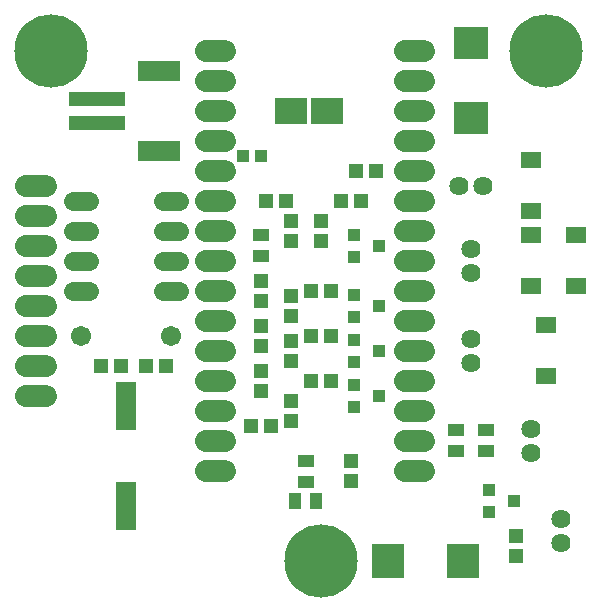
<source format=gts>
G04 EAGLE Gerber RS-274X export*
G75*
%MOMM*%
%FSLAX34Y34*%
%LPD*%
%INSoldermask Top*%
%IPPOS*%
%AMOC8*
5,1,8,0,0,1.08239X$1,22.5*%
G01*
%ADD10C,6.203200*%
%ADD11C,1.828800*%
%ADD12R,1.203200X1.303200*%
%ADD13C,1.625600*%
%ADD14R,1.403200X1.003200*%
%ADD15R,1.673200X1.473200*%
%ADD16R,1.003200X1.403200*%
%ADD17R,1.303200X1.203200*%
%ADD18R,1.103200X1.003200*%
%ADD19R,2.903200X2.753200*%
%ADD20R,2.753200X2.903200*%
%ADD21R,2.703200X2.203200*%
%ADD22R,1.003200X1.003200*%
%ADD23C,1.625600*%
%ADD24R,1.803200X4.103200*%
%ADD25C,1.712800*%
%ADD26R,4.803200X1.203200*%
%ADD27R,3.603200X1.803200*%


D10*
X457200Y469900D03*
X266700Y38100D03*
X38100Y469900D03*
D11*
X169164Y469900D02*
X185420Y469900D01*
X185420Y444500D02*
X169164Y444500D01*
X169164Y419100D02*
X185420Y419100D01*
X185420Y393700D02*
X169164Y393700D01*
X169164Y368300D02*
X185420Y368300D01*
X185420Y342900D02*
X169164Y342900D01*
X169164Y317500D02*
X185420Y317500D01*
X185420Y292100D02*
X169164Y292100D01*
X169164Y266700D02*
X185420Y266700D01*
X185420Y241300D02*
X169164Y241300D01*
X169164Y215900D02*
X185420Y215900D01*
X185420Y190500D02*
X169164Y190500D01*
X169164Y165100D02*
X185420Y165100D01*
X185420Y139700D02*
X169164Y139700D01*
X169164Y114300D02*
X185420Y114300D01*
X337820Y114300D02*
X354076Y114300D01*
X354076Y139700D02*
X337820Y139700D01*
X337820Y165100D02*
X354076Y165100D01*
X354076Y190500D02*
X337820Y190500D01*
X337820Y215900D02*
X354076Y215900D01*
X354076Y241300D02*
X337820Y241300D01*
X337820Y266700D02*
X354076Y266700D01*
X354076Y292100D02*
X337820Y292100D01*
X337820Y317500D02*
X354076Y317500D01*
X354076Y342900D02*
X337820Y342900D01*
X337820Y368300D02*
X354076Y368300D01*
X354076Y393700D02*
X337820Y393700D01*
X337820Y419100D02*
X354076Y419100D01*
X354076Y444500D02*
X337820Y444500D01*
X337800Y469900D02*
X354056Y469900D01*
D12*
X292100Y105401D03*
X292100Y122401D03*
D13*
X469900Y73500D03*
X469900Y53500D03*
D14*
X381000Y149099D03*
X381000Y131099D03*
D12*
X266700Y326000D03*
X266700Y309000D03*
X241300Y309000D03*
X241300Y326000D03*
D13*
X403700Y355600D03*
X383700Y355600D03*
D15*
X444500Y377100D03*
X444500Y334100D03*
D16*
X244601Y88900D03*
X262601Y88900D03*
D17*
X258200Y266700D03*
X275200Y266700D03*
D12*
X241300Y245500D03*
X241300Y262500D03*
D13*
X393700Y282100D03*
X393700Y302100D03*
D15*
X444500Y313600D03*
X444500Y270600D03*
D14*
X254000Y104901D03*
X254000Y122901D03*
D17*
X258200Y228600D03*
X275200Y228600D03*
D12*
X241300Y207400D03*
X241300Y224400D03*
D13*
X393700Y205900D03*
X393700Y225900D03*
D15*
X457200Y237400D03*
X457200Y194400D03*
D14*
X406400Y149099D03*
X406400Y131099D03*
D17*
X258200Y190500D03*
X275200Y190500D03*
D12*
X241300Y156600D03*
X241300Y173600D03*
D13*
X444500Y129700D03*
X444500Y149700D03*
D15*
X482600Y313600D03*
X482600Y270600D03*
D18*
X294800Y314300D03*
X294800Y295300D03*
X315800Y304800D03*
X294800Y263500D03*
X294800Y244500D03*
X315800Y254000D03*
X294800Y225400D03*
X294800Y206400D03*
X315800Y215900D03*
X294800Y187300D03*
X294800Y168300D03*
X315800Y177800D03*
X409100Y98400D03*
X409100Y79400D03*
X430100Y88900D03*
D19*
X393700Y476200D03*
X393700Y412800D03*
D20*
X387300Y38100D03*
X323900Y38100D03*
D17*
X300600Y342900D03*
X283600Y342900D03*
X220100Y342900D03*
X237100Y342900D03*
X313300Y368300D03*
X296300Y368300D03*
D12*
X431800Y59300D03*
X431800Y42300D03*
D21*
X271780Y419100D03*
X241300Y419100D03*
D22*
X215900Y381000D03*
X200900Y381000D03*
D23*
X146812Y266700D02*
X132588Y266700D01*
X132588Y292100D02*
X146812Y292100D01*
X70612Y292100D02*
X56388Y292100D01*
X56388Y266700D02*
X70612Y266700D01*
X132588Y317500D02*
X146812Y317500D01*
X146812Y342900D02*
X132588Y342900D01*
X70612Y317500D02*
X56388Y317500D01*
X56388Y342900D02*
X70612Y342900D01*
D12*
X215900Y258200D03*
X215900Y275200D03*
D17*
X207400Y152400D03*
X224400Y152400D03*
D12*
X215900Y220100D03*
X215900Y237100D03*
X215900Y182000D03*
X215900Y199000D03*
D17*
X135500Y203200D03*
X118500Y203200D03*
X80400Y203200D03*
X97400Y203200D03*
D24*
X101600Y84500D03*
X101600Y169500D03*
D25*
X63500Y228600D03*
X139700Y228600D03*
D14*
X215900Y295800D03*
X215900Y313800D03*
D26*
X77300Y429100D03*
X77300Y409100D03*
D27*
X129300Y453100D03*
X129300Y385100D03*
D11*
X33528Y177800D02*
X17272Y177800D01*
X17272Y203200D02*
X33528Y203200D01*
X33528Y228600D02*
X17272Y228600D01*
X17272Y254000D02*
X33528Y254000D01*
X33528Y279400D02*
X17272Y279400D01*
X17272Y304800D02*
X33528Y304800D01*
X33528Y330200D02*
X17272Y330200D01*
X17272Y355600D02*
X33528Y355600D01*
M02*

</source>
